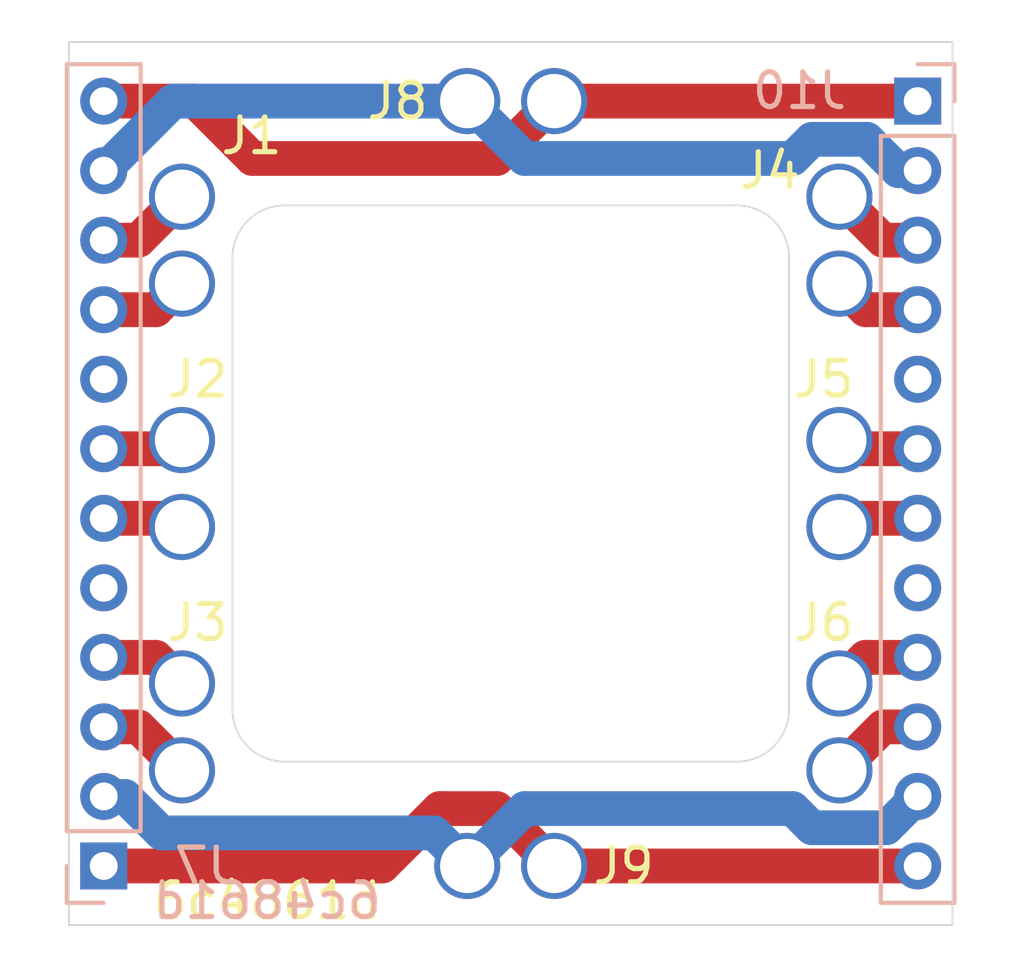
<source format=kicad_pcb>
(kicad_pcb (version 20171130) (host pcbnew 5.1.5)

  (general
    (thickness 1.6)
    (drawings 14)
    (tracks 54)
    (zones 0)
    (modules 18)
    (nets 17)
  )

  (page A4)
  (layers
    (0 F.Cu signal)
    (31 B.Cu signal)
    (32 B.Adhes user)
    (33 F.Adhes user)
    (34 B.Paste user)
    (35 F.Paste user)
    (36 B.SilkS user)
    (37 F.SilkS user)
    (38 B.Mask user)
    (39 F.Mask user)
    (40 Dwgs.User user)
    (41 Cmts.User user)
    (42 Eco1.User user)
    (43 Eco2.User user)
    (44 Edge.Cuts user)
    (45 Margin user)
    (46 B.CrtYd user)
    (47 F.CrtYd user)
    (48 B.Fab user)
    (49 F.Fab user)
  )

  (setup
    (last_trace_width 0.25)
    (user_trace_width 1)
    (trace_clearance 0.2)
    (zone_clearance 0.508)
    (zone_45_only no)
    (trace_min 0.2)
    (via_size 0.8)
    (via_drill 0.4)
    (via_min_size 0.4)
    (via_min_drill 0.3)
    (uvia_size 0.3)
    (uvia_drill 0.1)
    (uvias_allowed no)
    (uvia_min_size 0.2)
    (uvia_min_drill 0.1)
    (edge_width 0.05)
    (segment_width 0.2)
    (pcb_text_width 0.3)
    (pcb_text_size 1.5 1.5)
    (mod_edge_width 0.12)
    (mod_text_size 1 1)
    (mod_text_width 0.15)
    (pad_size 1.83 1.83)
    (pad_drill 1.63)
    (pad_to_mask_clearance 0.051)
    (solder_mask_min_width 0.25)
    (aux_axis_origin 0 0)
    (visible_elements FFFFFF7F)
    (pcbplotparams
      (layerselection 0x010fc_ffffffff)
      (usegerberextensions false)
      (usegerberattributes false)
      (usegerberadvancedattributes false)
      (creategerberjobfile false)
      (excludeedgelayer true)
      (linewidth 0.100000)
      (plotframeref false)
      (viasonmask false)
      (mode 1)
      (useauxorigin false)
      (hpglpennumber 1)
      (hpglpenspeed 20)
      (hpglpendiameter 15.000000)
      (psnegative false)
      (psa4output false)
      (plotreference true)
      (plotvalue true)
      (plotinvisibletext false)
      (padsonsilk false)
      (subtractmaskfromsilk false)
      (outputformat 1)
      (mirror false)
      (drillshape 0)
      (scaleselection 1)
      (outputdirectory "output"))
  )

  (net 0 "")
  (net 1 "Net-(J1-Pad1)")
  (net 2 "Net-(J2-Pad1)")
  (net 3 "Net-(J3-Pad1)")
  (net 4 "Net-(J10-Pad3)")
  (net 5 "Net-(J10-Pad6)")
  (net 6 "Net-(J10-Pad9)")
  (net 7 "Net-(J10-Pad12)")
  (net 8 "Net-(J10-Pad11)")
  (net 9 "Net-(J13-Pad1)")
  (net 10 "Net-(J12-Pad1)")
  (net 11 "Net-(J11-Pad1)")
  (net 12 "Net-(J10-Pad2)")
  (net 13 "Net-(J10-Pad1)")
  (net 14 "Net-(J10-Pad10)")
  (net 15 "Net-(J10-Pad7)")
  (net 16 "Net-(J10-Pad4)")

  (net_class Default "This is the default net class."
    (clearance 0.2)
    (trace_width 0.25)
    (via_dia 0.8)
    (via_drill 0.4)
    (uvia_dia 0.3)
    (uvia_drill 0.1)
    (add_net "Net-(J1-Pad1)")
    (add_net "Net-(J10-Pad1)")
    (add_net "Net-(J10-Pad10)")
    (add_net "Net-(J10-Pad11)")
    (add_net "Net-(J10-Pad12)")
    (add_net "Net-(J10-Pad2)")
    (add_net "Net-(J10-Pad3)")
    (add_net "Net-(J10-Pad4)")
    (add_net "Net-(J10-Pad6)")
    (add_net "Net-(J10-Pad7)")
    (add_net "Net-(J10-Pad9)")
    (add_net "Net-(J11-Pad1)")
    (add_net "Net-(J12-Pad1)")
    (add_net "Net-(J13-Pad1)")
    (add_net "Net-(J2-Pad1)")
    (add_net "Net-(J3-Pad1)")
  )

  (module custom:spring_pin (layer F.Cu) (tedit 5E2084CE) (tstamp 5DC3D298)
    (at -9.45 -8.25 90)
    (path /5DC96554)
    (fp_text reference J1 (at 1.75 2 180) (layer F.SilkS)
      (effects (font (size 1 1) (thickness 0.15)))
    )
    (fp_text value PIX1 (at 0 -2.4 90) (layer F.Fab) hide
      (effects (font (size 1 1) (thickness 0.15)))
    )
    (pad 1 thru_hole circle (at 0 0 90) (size 1.9 1.9) (drill 1.56) (layers *.Cu *.Mask)
      (net 1 "Net-(J1-Pad1)"))
    (model ${KIPRJMOD}/../3d/mill-max-0964-0-15-20-85-14-11-0.step
      (offset (xyz 0 0 -2.1))
      (scale (xyz 1 1 1))
      (rotate (xyz 0 90 0))
    )
  )

  (module custom:spring_pin (layer F.Cu) (tedit 5E2084CE) (tstamp 5DC3D187)
    (at -9.45 -1.25 90)
    (path /5DC96210)
    (fp_text reference J2 (at 1.75 0.45 180) (layer F.SilkS)
      (effects (font (size 1 1) (thickness 0.15)))
    )
    (fp_text value PIX2 (at 0 -2.4 90) (layer F.Fab) hide
      (effects (font (size 1 1) (thickness 0.15)))
    )
    (pad 1 thru_hole circle (at 0 0 90) (size 1.9 1.9) (drill 1.56) (layers *.Cu *.Mask)
      (net 2 "Net-(J2-Pad1)"))
    (model ${KIPRJMOD}/../3d/mill-max-0964-0-15-20-85-14-11-0.step
      (offset (xyz 0 0 -2.1))
      (scale (xyz 1 1 1))
      (rotate (xyz 0 90 0))
    )
  )

  (module custom:spring_pin (layer F.Cu) (tedit 5E2084CE) (tstamp 5DC3D17B)
    (at -9.45 5.75 90)
    (path /5DC959BD)
    (fp_text reference J3 (at 1.75 0.45 180) (layer F.SilkS)
      (effects (font (size 1 1) (thickness 0.15)))
    )
    (fp_text value PIX3 (at 0 -2.4 90) (layer F.Fab) hide
      (effects (font (size 1 1) (thickness 0.15)))
    )
    (pad 1 thru_hole circle (at 0 0 90) (size 1.9 1.9) (drill 1.56) (layers *.Cu *.Mask)
      (net 3 "Net-(J3-Pad1)"))
    (model ${KIPRJMOD}/../3d/mill-max-0964-0-15-20-85-14-11-0.step
      (offset (xyz 0 0 -2.1))
      (scale (xyz 1 1 1))
      (rotate (xyz 0 90 0))
    )
  )

  (module custom:spring_pin (layer F.Cu) (tedit 5E2084CE) (tstamp 5DC3D27A)
    (at 9.45 -8.25 90)
    (path /5DC98D77)
    (fp_text reference J4 (at 0.75 -2 180) (layer F.SilkS)
      (effects (font (size 1 1) (thickness 0.15)))
    )
    (fp_text value PIX4 (at 0 -2.4 90) (layer F.Fab) hide
      (effects (font (size 1 1) (thickness 0.15)))
    )
    (pad 1 thru_hole circle (at 0 0 90) (size 1.9 1.9) (drill 1.56) (layers *.Cu *.Mask)
      (net 4 "Net-(J10-Pad3)"))
    (model ${KIPRJMOD}/../3d/mill-max-0964-0-15-20-85-14-11-0.step
      (offset (xyz 0 0 -2.1))
      (scale (xyz 1 1 1))
      (rotate (xyz 0 90 0))
    )
  )

  (module custom:spring_pin (layer F.Cu) (tedit 5E2084CE) (tstamp 5DC3D289)
    (at 9.45 -1.25 90)
    (path /5DC98D71)
    (fp_text reference J5 (at 1.75 -0.45 180) (layer F.SilkS)
      (effects (font (size 1 1) (thickness 0.15)))
    )
    (fp_text value PIX5 (at 0 -2.4 90) (layer F.Fab) hide
      (effects (font (size 1 1) (thickness 0.15)))
    )
    (pad 1 thru_hole circle (at 0 0 90) (size 1.9 1.9) (drill 1.56) (layers *.Cu *.Mask)
      (net 5 "Net-(J10-Pad6)"))
    (model ${KIPRJMOD}/../3d/mill-max-0964-0-15-20-85-14-11-0.step
      (offset (xyz 0 0 -2.1))
      (scale (xyz 1 1 1))
      (rotate (xyz 0 90 0))
    )
  )

  (module custom:spring_pin (layer F.Cu) (tedit 5E2084CE) (tstamp 5DC3D2D4)
    (at 9.45 5.75 90)
    (path /5DC98D6B)
    (fp_text reference J6 (at 1.75 -0.45) (layer F.SilkS)
      (effects (font (size 1 1) (thickness 0.15)))
    )
    (fp_text value PIX6 (at 0 -2.4 90) (layer F.Fab) hide
      (effects (font (size 1 1) (thickness 0.15)))
    )
    (pad 1 thru_hole circle (at 0 0 90) (size 1.9 1.9) (drill 1.56) (layers *.Cu *.Mask)
      (net 6 "Net-(J10-Pad9)"))
    (model ${KIPRJMOD}/../3d/mill-max-0964-0-15-20-85-14-11-0.step
      (offset (xyz 0 0 -2.1))
      (scale (xyz 1 1 1))
      (rotate (xyz 0 90 0))
    )
  )

  (module custom:spring_pin (layer F.Cu) (tedit 5E2084CE) (tstamp 5DC3D2A4)
    (at -1.25 -11 90)
    (path /5DCA1A30)
    (fp_text reference J8 (at 0 -2) (layer F.SilkS)
      (effects (font (size 1 1) (thickness 0.15)))
    )
    (fp_text value TOP_TCE (at 0 -2.4 90) (layer F.Fab) hide
      (effects (font (size 1 1) (thickness 0.15)))
    )
    (pad 1 thru_hole circle (at 0 0 90) (size 1.9 1.9) (drill 1.56) (layers *.Cu *.Mask)
      (net 12 "Net-(J10-Pad2)"))
    (model ${KIPRJMOD}/../3d/mill-max-0964-0-15-20-85-14-11-0.step
      (offset (xyz 0 0 -2.1))
      (scale (xyz 1 1 1))
      (rotate (xyz 0 90 0))
    )
  )

  (module custom:spring_pin (layer F.Cu) (tedit 5E2084CE) (tstamp 5DC3D2B3)
    (at 1.25 11 90)
    (path /5DCA2000)
    (fp_text reference J9 (at 0 2 180) (layer F.SilkS)
      (effects (font (size 1 1) (thickness 0.15)))
    )
    (fp_text value BOT_TCE (at 0 -2.4 90) (layer F.Fab) hide
      (effects (font (size 1 1) (thickness 0.15)))
    )
    (pad 1 thru_hole circle (at 0 0 90) (size 1.9 1.9) (drill 1.56) (layers *.Cu *.Mask)
      (net 7 "Net-(J10-Pad12)"))
    (model ${KIPRJMOD}/../3d/mill-max-0964-0-15-20-85-14-11-0.step
      (offset (xyz 0 0 -2.1))
      (scale (xyz 1 1 1))
      (rotate (xyz 0 90 0))
    )
  )

  (module custom:spring_pin (layer F.Cu) (tedit 5E2084CE) (tstamp 5DC3D26E)
    (at -9.45 -5.75 90)
    (path /5DCA753D)
    (fp_text reference J11 (at 0 2 90) (layer F.SilkS) hide
      (effects (font (size 1 1) (thickness 0.15)))
    )
    (fp_text value PIX1 (at 0 -2.4 90) (layer F.Fab) hide
      (effects (font (size 1 1) (thickness 0.15)))
    )
    (pad 1 thru_hole circle (at 0 0 90) (size 1.9 1.9) (drill 1.56) (layers *.Cu *.Mask)
      (net 11 "Net-(J11-Pad1)"))
    (model ${KIPRJMOD}/../3d/mill-max-0964-0-15-20-85-14-11-0.step
      (offset (xyz 0 0 -2.1))
      (scale (xyz 1 1 1))
      (rotate (xyz 0 90 0))
    )
  )

  (module custom:spring_pin (layer F.Cu) (tedit 5E2084CE) (tstamp 5DC3D2F5)
    (at -9.45 1.25 90)
    (path /5DCA7448)
    (fp_text reference J12 (at 0 2 90) (layer F.SilkS) hide
      (effects (font (size 1 1) (thickness 0.15)))
    )
    (fp_text value PIX2 (at 0 -2.4 90) (layer F.Fab) hide
      (effects (font (size 1 1) (thickness 0.15)))
    )
    (pad 1 thru_hole circle (at 0 0 90) (size 1.9 1.9) (drill 1.56) (layers *.Cu *.Mask)
      (net 10 "Net-(J12-Pad1)"))
    (model ${KIPRJMOD}/../3d/mill-max-0964-0-15-20-85-14-11-0.step
      (offset (xyz 0 0 -2.1))
      (scale (xyz 1 1 1))
      (rotate (xyz 0 90 0))
    )
  )

  (module custom:spring_pin (layer F.Cu) (tedit 5E2084CE) (tstamp 5DC3D133)
    (at -9.45 8.25 90)
    (path /5DCA736A)
    (fp_text reference J13 (at 0 2 90) (layer F.SilkS) hide
      (effects (font (size 1 1) (thickness 0.15)))
    )
    (fp_text value PIX3 (at 0 -2.4 90) (layer F.Fab) hide
      (effects (font (size 1 1) (thickness 0.15)))
    )
    (pad 1 thru_hole circle (at 0 0 90) (size 1.9 1.9) (drill 1.56) (layers *.Cu *.Mask)
      (net 9 "Net-(J13-Pad1)"))
    (model ${KIPRJMOD}/../3d/mill-max-0964-0-15-20-85-14-11-0.step
      (offset (xyz 0 0 -2.1))
      (scale (xyz 1 1 1))
      (rotate (xyz 0 90 0))
    )
  )

  (module custom:spring_pin (layer F.Cu) (tedit 5E2084CE) (tstamp 5DC3D13F)
    (at -1.25 11 90)
    (path /5DCA714A)
    (fp_text reference J14 (at 0 2 90) (layer F.SilkS) hide
      (effects (font (size 1 1) (thickness 0.15)))
    )
    (fp_text value BOT_TCE (at 0 -2.4 90) (layer F.Fab) hide
      (effects (font (size 1 1) (thickness 0.15)))
    )
    (pad 1 thru_hole circle (at 0 0 90) (size 1.9 1.9) (drill 1.56) (layers *.Cu *.Mask)
      (net 8 "Net-(J10-Pad11)"))
    (model ${KIPRJMOD}/../3d/mill-max-0964-0-15-20-85-14-11-0.step
      (offset (xyz 0 0 -2.1))
      (scale (xyz 1 1 1))
      (rotate (xyz 0 90 0))
    )
  )

  (module custom:spring_pin (layer F.Cu) (tedit 5E2084CE) (tstamp 5DC3D14B)
    (at 1.25 -11 90)
    (path /5DCA7045)
    (fp_text reference J15 (at 0 2 90) (layer F.SilkS) hide
      (effects (font (size 1 1) (thickness 0.15)))
    )
    (fp_text value TOP_TCE (at 0 -2.4 90) (layer F.Fab) hide
      (effects (font (size 1 1) (thickness 0.15)))
    )
    (pad 1 thru_hole circle (at 0 0 90) (size 1.9 1.9) (drill 1.56) (layers *.Cu *.Mask)
      (net 13 "Net-(J10-Pad1)"))
    (model ${KIPRJMOD}/../3d/mill-max-0964-0-15-20-85-14-11-0.step
      (offset (xyz 0 0 -2.1))
      (scale (xyz 1 1 1))
      (rotate (xyz 0 90 0))
    )
  )

  (module custom:spring_pin (layer F.Cu) (tedit 5E2084CE) (tstamp 5DC3D157)
    (at 9.45 -5.75 90)
    (path /5DCA7B46)
    (fp_text reference J16 (at 0 -2 90) (layer F.SilkS) hide
      (effects (font (size 1 1) (thickness 0.15)))
    )
    (fp_text value PIX4 (at 0 -2.4 90) (layer F.Fab) hide
      (effects (font (size 1 1) (thickness 0.15)))
    )
    (pad 1 thru_hole circle (at 0 0 90) (size 1.9 1.9) (drill 1.56) (layers *.Cu *.Mask)
      (net 16 "Net-(J10-Pad4)"))
    (model ${KIPRJMOD}/../3d/mill-max-0964-0-15-20-85-14-11-0.step
      (offset (xyz 0 0 -2.1))
      (scale (xyz 1 1 1))
      (rotate (xyz 0 90 0))
    )
  )

  (module custom:spring_pin (layer F.Cu) (tedit 5E2084CE) (tstamp 5DC3D163)
    (at 9.45 1.25 90)
    (path /5DCA8034)
    (fp_text reference J17 (at 0 2 90) (layer F.SilkS) hide
      (effects (font (size 1 1) (thickness 0.15)))
    )
    (fp_text value PIX5 (at 0 -2.4 90) (layer F.Fab) hide
      (effects (font (size 1 1) (thickness 0.15)))
    )
    (pad 1 thru_hole circle (at 0 0 90) (size 1.9 1.9) (drill 1.56) (layers *.Cu *.Mask)
      (net 15 "Net-(J10-Pad7)"))
    (model ${KIPRJMOD}/../3d/mill-max-0964-0-15-20-85-14-11-0.step
      (offset (xyz 0 0 -2.1))
      (scale (xyz 1 1 1))
      (rotate (xyz 0 90 0))
    )
  )

  (module custom:spring_pin (layer F.Cu) (tedit 5E2084CE) (tstamp 5DC3D16F)
    (at 9.45 8.25 90)
    (path /5DCA815E)
    (fp_text reference J18 (at 0 -2 90) (layer F.SilkS) hide
      (effects (font (size 1 1) (thickness 0.15)))
    )
    (fp_text value PIX6 (at 0 -2.4 90) (layer F.Fab) hide
      (effects (font (size 1 1) (thickness 0.15)))
    )
    (pad 1 thru_hole circle (at 0 0 90) (size 1.9 1.9) (drill 1.56) (layers *.Cu *.Mask)
      (net 14 "Net-(J10-Pad10)"))
    (model ${KIPRJMOD}/../3d/mill-max-0964-0-15-20-85-14-11-0.step
      (offset (xyz 0 0 -2.1))
      (scale (xyz 1 1 1))
      (rotate (xyz 0 90 0))
    )
  )

  (module Connector_PinHeader_2.00mm:PinHeader_1x12_P2.00mm_Vertical (layer B.Cu) (tedit 59FED667) (tstamp 5DC3D1CF)
    (at -11.7 11)
    (descr "Through hole straight pin header, 1x12, 2.00mm pitch, single row")
    (tags "Through hole pin header THT 1x12 2.00mm single row")
    (path /5DCA35B0)
    (fp_text reference J7 (at 2.9 0) (layer B.SilkS)
      (effects (font (size 1 1) (thickness 0.15)) (justify mirror))
    )
    (fp_text value L_CONN (at 0 -24.06) (layer B.Fab)
      (effects (font (size 1 1) (thickness 0.15)) (justify mirror))
    )
    (fp_text user %R (at 0 -11 -90) (layer B.Fab)
      (effects (font (size 1 1) (thickness 0.15)) (justify mirror))
    )
    (fp_line (start 1.5 1.5) (end -1.5 1.5) (layer B.CrtYd) (width 0.05))
    (fp_line (start 1.5 -23.5) (end 1.5 1.5) (layer B.CrtYd) (width 0.05))
    (fp_line (start -1.5 -23.5) (end 1.5 -23.5) (layer B.CrtYd) (width 0.05))
    (fp_line (start -1.5 1.5) (end -1.5 -23.5) (layer B.CrtYd) (width 0.05))
    (fp_line (start -1.06 1.06) (end 0 1.06) (layer B.SilkS) (width 0.12))
    (fp_line (start -1.06 0) (end -1.06 1.06) (layer B.SilkS) (width 0.12))
    (fp_line (start -1.06 -1) (end 1.06 -1) (layer B.SilkS) (width 0.12))
    (fp_line (start 1.06 -1) (end 1.06 -23.06) (layer B.SilkS) (width 0.12))
    (fp_line (start -1.06 -1) (end -1.06 -23.06) (layer B.SilkS) (width 0.12))
    (fp_line (start -1.06 -23.06) (end 1.06 -23.06) (layer B.SilkS) (width 0.12))
    (fp_line (start -1 0.5) (end -0.5 1) (layer B.Fab) (width 0.1))
    (fp_line (start -1 -23) (end -1 0.5) (layer B.Fab) (width 0.1))
    (fp_line (start 1 -23) (end -1 -23) (layer B.Fab) (width 0.1))
    (fp_line (start 1 1) (end 1 -23) (layer B.Fab) (width 0.1))
    (fp_line (start -0.5 1) (end 1 1) (layer B.Fab) (width 0.1))
    (pad 12 thru_hole oval (at 0 -22) (size 1.35 1.35) (drill 0.8) (layers *.Cu *.Mask)
      (net 13 "Net-(J10-Pad1)"))
    (pad 11 thru_hole oval (at 0 -20) (size 1.35 1.35) (drill 0.8) (layers *.Cu *.Mask)
      (net 12 "Net-(J10-Pad2)"))
    (pad 10 thru_hole oval (at 0 -18) (size 1.35 1.35) (drill 0.8) (layers *.Cu *.Mask)
      (net 1 "Net-(J1-Pad1)"))
    (pad 9 thru_hole oval (at 0 -16) (size 1.35 1.35) (drill 0.8) (layers *.Cu *.Mask)
      (net 11 "Net-(J11-Pad1)"))
    (pad 8 thru_hole oval (at 0 -14) (size 1.35 1.35) (drill 0.8) (layers *.Cu *.Mask))
    (pad 7 thru_hole oval (at 0 -12) (size 1.35 1.35) (drill 0.8) (layers *.Cu *.Mask)
      (net 2 "Net-(J2-Pad1)"))
    (pad 6 thru_hole oval (at 0 -10) (size 1.35 1.35) (drill 0.8) (layers *.Cu *.Mask)
      (net 10 "Net-(J12-Pad1)"))
    (pad 5 thru_hole oval (at 0 -8) (size 1.35 1.35) (drill 0.8) (layers *.Cu *.Mask))
    (pad 4 thru_hole oval (at 0 -6) (size 1.35 1.35) (drill 0.8) (layers *.Cu *.Mask)
      (net 3 "Net-(J3-Pad1)"))
    (pad 3 thru_hole oval (at 0 -4) (size 1.35 1.35) (drill 0.8) (layers *.Cu *.Mask)
      (net 9 "Net-(J13-Pad1)"))
    (pad 2 thru_hole oval (at 0 -2) (size 1.35 1.35) (drill 0.8) (layers *.Cu *.Mask)
      (net 8 "Net-(J10-Pad11)"))
    (pad 1 thru_hole rect (at 0 0) (size 1.35 1.35) (drill 0.8) (layers *.Cu *.Mask)
      (net 7 "Net-(J10-Pad12)"))
    (model ${KISYS3DMOD}/Connector_PinHeader_2.00mm.3dshapes/PinHeader_1x12_P2.00mm_Vertical.wrl
      (at (xyz 0 0 0))
      (scale (xyz 1 1 1))
      (rotate (xyz 0 0 0))
    )
  )

  (module Connector_PinHeader_2.00mm:PinHeader_1x12_P2.00mm_Vertical (layer B.Cu) (tedit 59FED667) (tstamp 5DC3D22C)
    (at 11.7 -11 180)
    (descr "Through hole straight pin header, 1x12, 2.00mm pitch, single row")
    (tags "Through hole pin header THT 1x12 2.00mm single row")
    (path /5DCA2856)
    (fp_text reference J10 (at 3.4 0.3) (layer B.SilkS)
      (effects (font (size 1 1) (thickness 0.15)) (justify mirror))
    )
    (fp_text value R_CONN (at 0 -24.06) (layer B.Fab)
      (effects (font (size 1 1) (thickness 0.15)) (justify mirror))
    )
    (fp_text user %R (at 0 -11 270) (layer B.Fab)
      (effects (font (size 1 1) (thickness 0.15)) (justify mirror))
    )
    (fp_line (start 1.5 1.5) (end -1.5 1.5) (layer B.CrtYd) (width 0.05))
    (fp_line (start 1.5 -23.5) (end 1.5 1.5) (layer B.CrtYd) (width 0.05))
    (fp_line (start -1.5 -23.5) (end 1.5 -23.5) (layer B.CrtYd) (width 0.05))
    (fp_line (start -1.5 1.5) (end -1.5 -23.5) (layer B.CrtYd) (width 0.05))
    (fp_line (start -1.06 1.06) (end 0 1.06) (layer B.SilkS) (width 0.12))
    (fp_line (start -1.06 0) (end -1.06 1.06) (layer B.SilkS) (width 0.12))
    (fp_line (start -1.06 -1) (end 1.06 -1) (layer B.SilkS) (width 0.12))
    (fp_line (start 1.06 -1) (end 1.06 -23.06) (layer B.SilkS) (width 0.12))
    (fp_line (start -1.06 -1) (end -1.06 -23.06) (layer B.SilkS) (width 0.12))
    (fp_line (start -1.06 -23.06) (end 1.06 -23.06) (layer B.SilkS) (width 0.12))
    (fp_line (start -1 0.5) (end -0.5 1) (layer B.Fab) (width 0.1))
    (fp_line (start -1 -23) (end -1 0.5) (layer B.Fab) (width 0.1))
    (fp_line (start 1 -23) (end -1 -23) (layer B.Fab) (width 0.1))
    (fp_line (start 1 1) (end 1 -23) (layer B.Fab) (width 0.1))
    (fp_line (start -0.5 1) (end 1 1) (layer B.Fab) (width 0.1))
    (pad 12 thru_hole oval (at 0 -22 180) (size 1.35 1.35) (drill 0.8) (layers *.Cu *.Mask)
      (net 7 "Net-(J10-Pad12)"))
    (pad 11 thru_hole oval (at 0 -20 180) (size 1.35 1.35) (drill 0.8) (layers *.Cu *.Mask)
      (net 8 "Net-(J10-Pad11)"))
    (pad 10 thru_hole oval (at 0 -18 180) (size 1.35 1.35) (drill 0.8) (layers *.Cu *.Mask)
      (net 14 "Net-(J10-Pad10)"))
    (pad 9 thru_hole oval (at 0 -16 180) (size 1.35 1.35) (drill 0.8) (layers *.Cu *.Mask)
      (net 6 "Net-(J10-Pad9)"))
    (pad 8 thru_hole oval (at 0 -14 180) (size 1.35 1.35) (drill 0.8) (layers *.Cu *.Mask))
    (pad 7 thru_hole oval (at 0 -12 180) (size 1.35 1.35) (drill 0.8) (layers *.Cu *.Mask)
      (net 15 "Net-(J10-Pad7)"))
    (pad 6 thru_hole oval (at 0 -10 180) (size 1.35 1.35) (drill 0.8) (layers *.Cu *.Mask)
      (net 5 "Net-(J10-Pad6)"))
    (pad 5 thru_hole oval (at 0 -8 180) (size 1.35 1.35) (drill 0.8) (layers *.Cu *.Mask))
    (pad 4 thru_hole oval (at 0 -6 180) (size 1.35 1.35) (drill 0.8) (layers *.Cu *.Mask)
      (net 16 "Net-(J10-Pad4)"))
    (pad 3 thru_hole oval (at 0 -4 180) (size 1.35 1.35) (drill 0.8) (layers *.Cu *.Mask)
      (net 4 "Net-(J10-Pad3)"))
    (pad 2 thru_hole oval (at 0 -2 180) (size 1.35 1.35) (drill 0.8) (layers *.Cu *.Mask)
      (net 12 "Net-(J10-Pad2)"))
    (pad 1 thru_hole rect (at 0 0 180) (size 1.35 1.35) (drill 0.8) (layers *.Cu *.Mask)
      (net 13 "Net-(J10-Pad1)"))
    (model ${KISYS3DMOD}/Connector_PinHeader_2.00mm.3dshapes/PinHeader_1x12_P2.00mm_Vertical.wrl
      (at (xyz 0 0 0))
      (scale (xyz 1 1 1))
      (rotate (xyz 0 0 0))
    )
  )

  (gr_arc (start 6.5 -6.5) (end 8 -6.5) (angle -90) (layer Edge.Cuts) (width 0.05) (tstamp 5DDC0750))
  (gr_arc (start -6.5 -6.5) (end -6.5 -8) (angle -90) (layer Edge.Cuts) (width 0.05) (tstamp 5DDC0750))
  (gr_arc (start -6.5 6.5) (end -8 6.5) (angle -90) (layer Edge.Cuts) (width 0.05) (tstamp 5DDC0750))
  (gr_arc (start 6.5 6.5) (end 6.5 8) (angle -90) (layer Edge.Cuts) (width 0.05))
  (gr_text 6c4861d (at -7 12) (layer B.SilkS) (tstamp 5DC47E7F)
    (effects (font (size 1 1) (thickness 0.15)) (justify mirror))
  )
  (gr_text 6c4861d (at -7 12) (layer F.SilkS)
    (effects (font (size 1 1) (thickness 0.15)))
  )
  (gr_line (start 6.5 8) (end -6.5 8) (layer Edge.Cuts) (width 0.05) (tstamp 5DC3D41D))
  (gr_line (start 8 -6.5) (end 8 6.5) (layer Edge.Cuts) (width 0.05))
  (gr_line (start -6.5 -8) (end 6.5 -8) (layer Edge.Cuts) (width 0.05))
  (gr_line (start -8 6.5) (end -8 -6.5) (layer Edge.Cuts) (width 0.05))
  (gr_line (start -12.7 -12.7) (end -12.7 12.7) (layer Edge.Cuts) (width 0.05) (tstamp 5DC3D34C))
  (gr_line (start 12.7 -12.7) (end -12.7 -12.7) (layer Edge.Cuts) (width 0.05) (tstamp 5DC3D2E0))
  (gr_line (start 12.7 12.7) (end 12.7 -12.7) (layer Edge.Cuts) (width 0.05) (tstamp 5DC3D343))
  (gr_line (start -12.7 12.7) (end 12.7 12.7) (layer Edge.Cuts) (width 0.05) (tstamp 5DC3D334))

  (segment (start -10.7 -7) (end -9.45 -8.25) (width 1) (layer F.Cu) (net 1) (tstamp 5DC3D325) (status 20))
  (segment (start -11.7 -7) (end -10.7 -7) (width 1) (layer F.Cu) (net 1) (tstamp 5DC3D355) (status 10))
  (segment (start -9.7 -1) (end -9.45 -1.25) (width 1) (layer F.Cu) (net 2) (tstamp 5DC3D19C) (status 30))
  (segment (start -11.7 -1) (end -9.7 -1) (width 1) (layer F.Cu) (net 2) (tstamp 5DC3D199) (status 30))
  (segment (start -10.2 5) (end -9.45 5.75) (width 1) (layer F.Cu) (net 3) (tstamp 5DC3D33D) (status 20))
  (segment (start -11.7 5) (end -10.2 5) (width 1) (layer F.Cu) (net 3) (tstamp 5DC3D337) (status 10))
  (segment (start 10.7 -7) (end 9.45 -8.25) (width 1) (layer F.Cu) (net 4) (tstamp 5DC3D328) (status 20))
  (segment (start 11.7 -7) (end 10.7 -7) (width 1) (layer F.Cu) (net 4) (tstamp 5DC3D358) (status 10))
  (segment (start 9.7 -1) (end 9.45 -1.25) (width 1) (layer F.Cu) (net 5) (tstamp 5DC3D340) (status 30))
  (segment (start 11.7 -1) (end 9.7 -1) (width 1) (layer F.Cu) (net 5) (tstamp 5DC3D33A) (status 30))
  (segment (start 10.2 5) (end 9.45 5.75) (width 1) (layer F.Cu) (net 6) (tstamp 5DC3D2FE) (status 20))
  (segment (start 11.7 5) (end 10.2 5) (width 1) (layer F.Cu) (net 6) (tstamp 5DC3D35E) (status 10))
  (segment (start 11.7 11) (end 1.25 11) (width 1) (layer F.Cu) (net 7) (status 30))
  (segment (start -0.400001 9.349999) (end 0.300001 10.050001) (width 1) (layer F.Cu) (net 7))
  (segment (start -3.692002 11) (end -2.042001 9.349999) (width 1) (layer F.Cu) (net 7))
  (segment (start 0.300001 10.050001) (end 1.25 11) (width 1) (layer F.Cu) (net 7) (status 20))
  (segment (start -2.042001 9.349999) (end -0.400001 9.349999) (width 1) (layer F.Cu) (net 7))
  (segment (start -11.7 11) (end -3.692002 11) (width 1) (layer F.Cu) (net 7) (status 10))
  (segment (start 11.025001 9.674999) (end 11.7 9) (width 1) (layer B.Cu) (net 8) (status 20))
  (segment (start 10.799999 9.900001) (end 11.025001 9.674999) (width 1) (layer B.Cu) (net 8))
  (segment (start 8.657999 9.900001) (end 10.799999 9.900001) (width 1) (layer B.Cu) (net 8))
  (segment (start 8.107997 9.349999) (end 8.657999 9.900001) (width 1) (layer B.Cu) (net 8))
  (segment (start 0.400001 9.349999) (end 8.107997 9.349999) (width 1) (layer B.Cu) (net 8))
  (segment (start -1.25 11) (end 0.400001 9.349999) (width 1) (layer B.Cu) (net 8) (status 10))
  (segment (start -11.089998 9) (end -11.7 9) (width 1) (layer B.Cu) (net 8) (status 30))
  (segment (start -10.039997 10.050001) (end -11.089998 9) (width 1) (layer B.Cu) (net 8) (status 20))
  (segment (start -2.199999 10.050001) (end -10.039997 10.050001) (width 1) (layer B.Cu) (net 8))
  (segment (start -1.25 11) (end -2.199999 10.050001) (width 1) (layer B.Cu) (net 8) (status 10))
  (segment (start -10.7 7) (end -9.45 8.25) (width 1) (layer F.Cu) (net 9) (tstamp 5DC3D19F) (status 20))
  (segment (start -11.7 7) (end -10.7 7) (width 1) (layer F.Cu) (net 9) (tstamp 5DC3D2C5) (status 10))
  (segment (start -9.7 1) (end -9.45 1.25) (width 1) (layer F.Cu) (net 10) (tstamp 5DC3D1A8) (status 30))
  (segment (start -11.7 1) (end -9.7 1) (width 1) (layer F.Cu) (net 10) (tstamp 5DC3D2C2) (status 30))
  (segment (start -10.2 -5) (end -9.45 -5.75) (width 1) (layer F.Cu) (net 11) (tstamp 5DC3D2CE) (status 20))
  (segment (start -11.7 -5) (end -10.2 -5) (width 1) (layer F.Cu) (net 11) (tstamp 5DC3D34F) (status 10))
  (segment (start -9.7 -11) (end -1.25 -11) (width 1) (layer B.Cu) (net 12) (status 20))
  (segment (start -11.7 -9) (end -9.7 -11) (width 1) (layer B.Cu) (net 12) (status 10))
  (segment (start 0.400001 -9.349999) (end 8.107997 -9.349999) (width 1) (layer B.Cu) (net 12))
  (segment (start -1.25 -11) (end 0.400001 -9.349999) (width 1) (layer B.Cu) (net 12))
  (segment (start 8.107997 -9.349999) (end 8.657999 -9.900001) (width 1) (layer B.Cu) (net 12))
  (segment (start 11.142002 -9) (end 11.7 -9) (width 1) (layer B.Cu) (net 12))
  (segment (start 10.242001 -9.900001) (end 11.142002 -9) (width 1) (layer B.Cu) (net 12))
  (segment (start 8.657999 -9.900001) (end 10.242001 -9.900001) (width 1) (layer B.Cu) (net 12))
  (segment (start 0.300001 -10.050001) (end 1.25 -11) (width 1) (layer F.Cu) (net 13) (status 20))
  (segment (start -7.425297 -9.349999) (end -0.400001 -9.349999) (width 1) (layer F.Cu) (net 13))
  (segment (start -9.075298 -11) (end -7.425297 -9.349999) (width 1) (layer F.Cu) (net 13))
  (segment (start -0.400001 -9.349999) (end 0.300001 -10.050001) (width 1) (layer F.Cu) (net 13))
  (segment (start -11.7 -11) (end -9.075298 -11) (width 1) (layer F.Cu) (net 13) (status 10))
  (segment (start 1.25 -11) (end 11.7 -11) (width 1) (layer F.Cu) (net 13) (status 30))
  (segment (start 10.7 7) (end 9.45 8.25) (width 1) (layer F.Cu) (net 14) (tstamp 5DC3D2BC) (status 20))
  (segment (start 11.7 7) (end 10.7 7) (width 1) (layer F.Cu) (net 14) (tstamp 5DC3D30D) (status 10))
  (segment (start 9.7 1) (end 9.45 1.25) (width 1) (layer F.Cu) (net 15) (tstamp 5DC3D1AB) (status 30))
  (segment (start 11.7 1) (end 9.7 1) (width 1) (layer F.Cu) (net 15) (tstamp 5DC3D316) (status 30))
  (segment (start 10.2 -5) (end 9.45 -5.75) (width 1) (layer F.Cu) (net 16) (tstamp 5DC3D322) (status 20))
  (segment (start 11.7 -5) (end 10.2 -5) (width 1) (layer F.Cu) (net 16) (tstamp 5DC3D2E6) (status 10))

)

</source>
